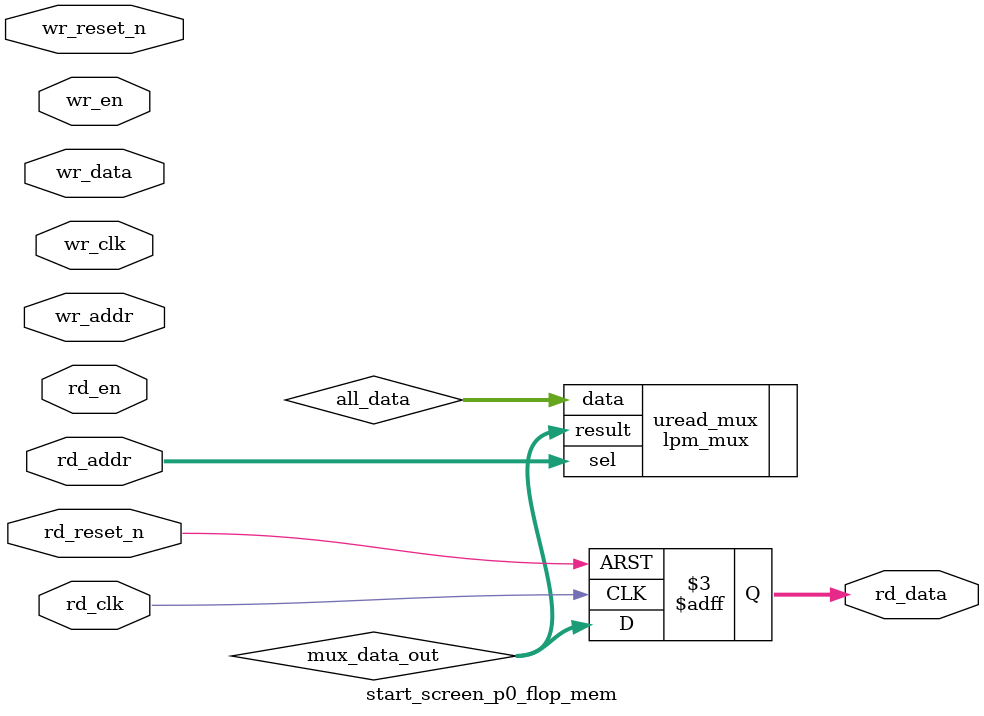
<source format=v>



`timescale 1 ps / 1 ps

(* altera_attribute = "-name ALLOW_SYNCH_CTRL_USAGE ON;-name AUTO_CLOCK_ENABLE_RECOGNITION ON" *)
module start_screen_p0_flop_mem(
	wr_reset_n,
	wr_clk,
	wr_en,
	wr_addr,
	wr_data,
	rd_reset_n,
	rd_clk,
	rd_en,
	rd_addr,
	rd_data
);

parameter WRITE_MEM_DEPTH	= "";
parameter WRITE_ADDR_WIDTH	= "";
parameter WRITE_DATA_WIDTH	= "";
parameter READ_MEM_DEPTH	= "";
parameter READ_ADDR_WIDTH	= "";		 
parameter READ_DATA_WIDTH	= "";


input	wr_reset_n;
input	wr_clk;
input	wr_en;
input	[WRITE_ADDR_WIDTH-1:0] wr_addr;
input	[WRITE_DATA_WIDTH-1:0] wr_data;
input	rd_reset_n;
input	rd_clk;
input	rd_en;
input	[READ_ADDR_WIDTH-1:0] rd_addr;
output	[READ_DATA_WIDTH-1:0] rd_data;



wire	[WRITE_DATA_WIDTH*WRITE_MEM_DEPTH-1:0] all_data;
wire	[READ_DATA_WIDTH-1:0] mux_data_out;



// declare a memory with WRITE_MEM_DEPTH entries
// each entry contains a data size of WRITE_DATA_WIDTH
reg	[WRITE_DATA_WIDTH-1:0] data_stored [0:WRITE_MEM_DEPTH-1] /* synthesis syn_preserve = 1 */;
reg	[READ_DATA_WIDTH-1:0] rd_data;

generate
genvar entry;
	for (entry=0; entry < WRITE_MEM_DEPTH; entry=entry+1)
	begin: mem_location
		assign all_data[(WRITE_DATA_WIDTH*(entry+1)-1) : (WRITE_DATA_WIDTH*entry)] = data_stored[entry]; 
		
		always @(posedge wr_clk or negedge wr_reset_n)
		begin
			if (~wr_reset_n) begin
				data_stored[entry] <= {WRITE_DATA_WIDTH{1'b0}};
			end else begin
				if (wr_en) begin
					if (entry == wr_addr) begin
						data_stored[entry] <= wr_data;
					end
				end
			end
		end		
	end
endgenerate

// mux to select the correct output data based on read address
lpm_mux	uread_mux(
	.sel (rd_addr),
	.data (all_data),
	.result (mux_data_out)
	// synopsys translate_off
	,
	.aclr (),
	.clken (),
	.clock ()
	// synopsys translate_on
	);
 defparam uread_mux.lpm_size = READ_MEM_DEPTH;
 defparam uread_mux.lpm_type = "LPM_MUX";
 defparam uread_mux.lpm_width = READ_DATA_WIDTH;
 defparam uread_mux.lpm_widths = READ_ADDR_WIDTH;

always @(posedge rd_clk or negedge rd_reset_n)	
begin
	if (~rd_reset_n) begin
		rd_data <= {READ_DATA_WIDTH{1'b0}};
	end else begin
		rd_data <= mux_data_out;
	end
end

endmodule

</source>
